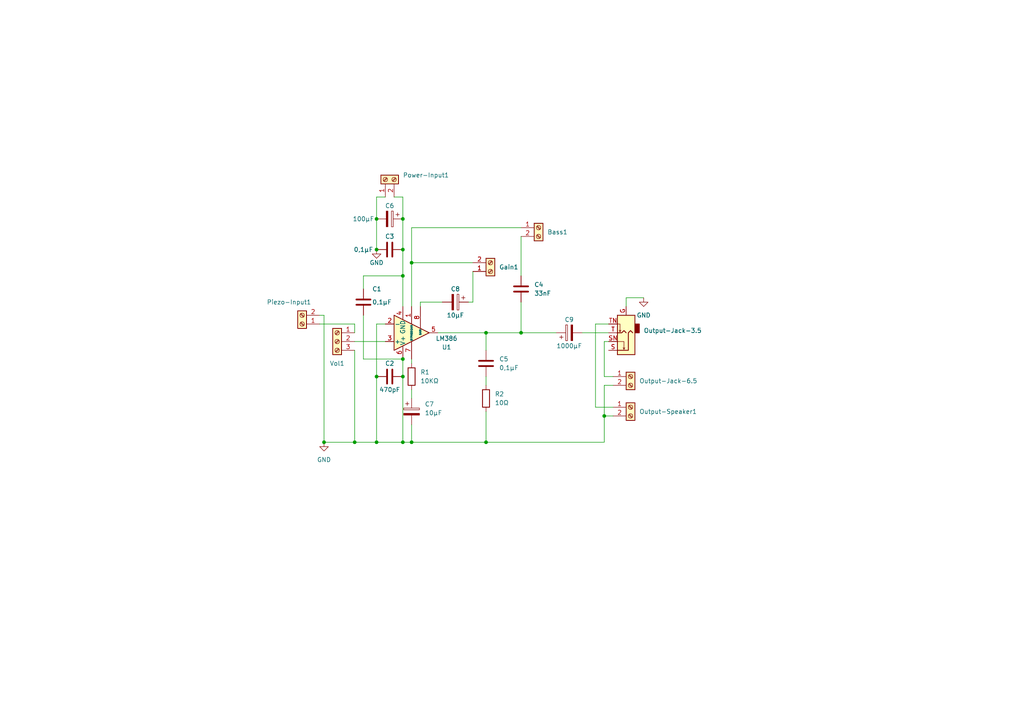
<source format=kicad_sch>
(kicad_sch (version 20230121) (generator eeschema)
  (paper "A4")
  (lib_symbols
    (symbol "Amplifier_Audio:LM386" (pin_names (offset 0.127))
      (property "Reference" "U" (at 1.27 7.62 0))
      (property "Value" "LM386" (at 1.27 5.08 0))
      (symbol "LM386_0_1"
        (polyline (pts (xy 5.08 0) (xy -5.08 5.08) (xy -5.08 -5.08) (xy 5.08 0)) (stroke (width 0.254)) (fill (type background)))
      )
      (symbol "LM386_1_1"
        (pin input line (at 0 -7.62 90) (length 5.08) (name "GAIN") (number "1"))
        (pin input line (at -7.62 -2.54 0) (length 2.54) (name "-") (number "2"))
        (pin input line (at -7.62 2.54 0) (length 2.54) (name "+") (number "3"))
        (pin power_in line (at -2.54 -7.62 90) (length 3.81) (name "GND") (number "4"))
        (pin output line (at 7.62 0 180) (length 2.54) (name "~") (number "5"))
        (pin power_in line (at -2.54 7.62 270) (length 3.81) (name "V+") (number "6"))
        (pin input line (at 0 7.62 270) (length 5.08) (name "BYPASS") (number "7"))
        (pin input line (at 2.54 -7.62 90) (length 6.35) (name "GAIN") (number "8"))
      )
    )
    (symbol "Connector:Screw_Terminal_01x02" (pin_names (offset 1.016) hide)
      (property "Reference" "J" (at 0 2.54 0))
      (property "Value" "Screw_Terminal_01x02" (at 0 -5.08 0))
      (symbol "Screw_Terminal_01x02_1_1"
        (rectangle (start -1.27 1.27) (end 1.27 -3.81) (stroke (width 0.254)) (fill (type background)))
        (circle (center 0 -2.54) (radius 0.635) (stroke (width 0.1524)))
        (polyline (pts (xy -0.5334 -2.2098) (xy 0.3302 -3.048)) (stroke (width 0.1524)))
        (polyline (pts (xy -0.5334 0.3302) (xy 0.3302 -0.508)) (stroke (width 0.1524)))
        (polyline (pts (xy -0.3556 -2.032) (xy 0.508 -2.8702)) (stroke (width 0.1524)))
        (polyline (pts (xy -0.3556 0.508) (xy 0.508 -0.3302)) (stroke (width 0.1524)))
        (circle (center 0 0) (radius 0.635) (stroke (width 0.1524)))
        (pin passive line (at -5.08 0 0) (length 3.81) (name "Pin_1") (number "1"))
        (pin passive line (at -5.08 -2.54 0) (length 3.81) (name "Pin_2") (number "2"))
      )
    )
    (symbol "Connector:Screw_Terminal_01x03" (pin_names (offset 1.016) hide)
      (property "Reference" "J" (at 0 5.08 0))
      (property "Value" "Screw_Terminal_01x03" (at 0 -5.08 0))
      (symbol "Screw_Terminal_01x03_1_1"
        (rectangle (start -1.27 3.81) (end 1.27 -3.81) (stroke (width 0.254)) (fill (type background)))
        (circle (center 0 -2.54) (radius 0.635) (stroke (width 0.1524)))
        (polyline (pts (xy -0.5334 -2.2098) (xy 0.3302 -3.048)) (stroke (width 0.1524)))
        (polyline (pts (xy -0.5334 0.3302) (xy 0.3302 -0.508)) (stroke (width 0.1524)))
        (polyline (pts (xy -0.5334 2.8702) (xy 0.3302 2.032)) (stroke (width 0.1524)))
        (polyline (pts (xy -0.3556 -2.032) (xy 0.508 -2.8702)) (stroke (width 0.1524)))
        (polyline (pts (xy -0.3556 0.508) (xy 0.508 -0.3302)) (stroke (width 0.1524)))
        (polyline (pts (xy -0.3556 3.048) (xy 0.508 2.2098)) (stroke (width 0.1524)))
        (circle (center 0 0) (radius 0.635) (stroke (width 0.1524)))
        (circle (center 0 2.54) (radius 0.635) (stroke (width 0.1524)))
        (pin passive line (at -5.08 2.54 0) (length 3.81) (name "Pin_1") (number "1"))
        (pin passive line (at -5.08 0 0) (length 3.81) (name "Pin_2") (number "2"))
        (pin passive line (at -5.08 -2.54 0) (length 3.81) (name "Pin_3") (number "3"))
      )
    )
    (symbol "Connector_Audio:AudioJack2_Ground_Switch"
      (property "Reference" "J" (at 0 11.43 0))
      (property "Value" "AudioJack2_Ground_Switch" (at 0 8.89 0))
      (symbol "AudioJack2_Ground_Switch_0_1"
        (rectangle (start -2.54 -2.54) (end -3.81 0) (stroke (width 0.254)) (fill (type outline)))
        (rectangle (start 2.54 6.35) (end -2.54 -5.08) (stroke (width 0.254)) (fill (type background)))
      )
      (symbol "AudioJack2_Ground_Switch_1_1"
        (polyline (pts (xy 0.635 4.826) (xy 0.889 4.318)))
        (polyline (pts (xy 1.778 -0.254) (xy 2.032 -0.762)))
        (polyline (pts (xy 0 0) (xy 0.635 -0.635) (xy 1.27 0) (xy 2.54 0)) (stroke (width 0.254)))
        (polyline (pts (xy 2.54 -2.54) (xy 1.778 -2.54) (xy 1.778 -0.254) (xy 1.524 -0.762)))
        (polyline (pts (xy 2.54 2.54) (xy 0.635 2.54) (xy 0.635 4.826) (xy 0.381 4.318)))
        (polyline (pts (xy 2.54 5.08) (xy -0.635 5.08) (xy -0.635 0) (xy -1.27 -0.635) (xy -1.905 0)) (stroke (width 0.254)))
        (pin passive line (at 0 -7.62 90) (length 2.54) (name "~") (number "G"))
        (pin passive line (at 5.08 5.08 180) (length 2.54) (name "~") (number "S"))
        (pin passive line (at 5.08 2.54 180) (length 2.54) (name "~") (number "SN"))
        (pin passive line (at 5.08 0 180) (length 2.54) (name "~") (number "T"))
        (pin passive line (at 5.08 -2.54 180) (length 2.54) (name "~") (number "TN"))
      )
    )
    (symbol "Device:C" (pin_numbers hide) (pin_names (offset 0.254))
      (property "Reference" "C" (at 0.635 2.54 0))
      (property "Value" "C" (at 0.635 -2.54 0))
      (symbol "C_0_1"
        (polyline (pts (xy -2.032 -0.762) (xy 2.032 -0.762)) (stroke (width 0.508)))
        (polyline (pts (xy -2.032 0.762) (xy 2.032 0.762)) (stroke (width 0.508)))
      )
      (symbol "C_1_1"
        (pin passive line (at 0 3.81 270) (length 2.794) (name "~") (number "1"))
        (pin passive line (at 0 -3.81 90) (length 2.794) (name "~") (number "2"))
      )
    )
    (symbol "Device:C_Polarized" (pin_numbers hide) (pin_names (offset 0.254))
      (property "Reference" "C" (at 0.635 2.54 0))
      (property "Value" "C_Polarized" (at 0.635 -2.54 0))
      (symbol "C_Polarized_0_1"
        (rectangle (start -2.286 0.508) (end 2.286 1.016))
        (polyline (pts (xy -1.778 2.286) (xy -0.762 2.286)))
        (polyline (pts (xy -1.27 2.794) (xy -1.27 1.778)))
        (rectangle (start 2.286 -0.508) (end -2.286 -1.016) (fill (type outline)))
      )
      (symbol "C_Polarized_1_1"
        (pin passive line (at 0 3.81 270) (length 2.794) (name "~") (number "1"))
        (pin passive line (at 0 -3.81 90) (length 2.794) (name "~") (number "2"))
      )
    )
    (symbol "Device:R" (pin_numbers hide) (pin_names (offset 0))
      (property "Reference" "R" (at 2.032 0 90))
      (property "Value" "R" (at 0 0 90))
      (symbol "R_0_1"
        (rectangle (start -1.016 -2.54) (end 1.016 2.54) (stroke (width 0.254)))
      )
      (symbol "R_1_1"
        (pin passive line (at 0 3.81 270) (length 1.27) (name "~") (number "1"))
        (pin passive line (at 0 -3.81 90) (length 1.27) (name "~") (number "2"))
      )
    )
    (symbol "power:GND" (power) (pin_names (offset 0))
      (property "Value" "GND" (at 0 -3.81 0))
      (symbol "GND_0_1"
        (polyline (pts (xy 0 0) (xy 0 -1.27) (xy 1.27 -1.27) (xy 0 -2.54) (xy -1.27 -1.27) (xy 0 -1.27)))
      )
      (symbol "GND_1_1"
        (pin power_in line (at 0 0 270) (length 0) hide (name "GND") (number "1"))
      )
    )
  )
  (junction (at 119.38 128.27))
  (junction (at 175.26 120.65))
  (junction (at 116.84 63.5))
  (junction (at 116.84 109.22))
  (junction (at 93.98 128.27))
  (junction (at 140.97 128.27))
  (junction (at 116.84 104.14))
  (junction (at 109.22 72.39))
  (junction (at 109.22 63.5))
  (junction (at 151.13 96.52))
  (junction (at 116.84 128.27))
  (junction (at 119.38 76.2))
  (junction (at 102.87 128.27))
  (junction (at 116.84 72.39))
  (junction (at 109.22 109.22))
  (junction (at 116.84 80.01))
  (junction (at 140.97 96.52))
  (junction (at 109.22 128.27))
  (wire (pts (xy 116.84 109.22) (xy 116.84 128.27)))
  (wire (pts (xy 140.97 96.52) (xy 140.97 101.6)))
  (wire (pts (xy 177.8 109.22) (xy 175.26 109.22)))
  (wire (pts (xy 119.38 105.41) (xy 119.38 104.14)))
  (wire (pts (xy 116.84 57.15) (xy 116.84 63.5)))
  (wire (pts (xy 175.26 109.22) (xy 175.26 99.06)))
  (wire (pts (xy 105.41 91.44) (xy 105.41 104.14)))
  (wire (pts (xy 109.22 109.22) (xy 109.22 128.27)))
  (wire (pts (xy 151.13 96.52) (xy 161.29 96.52)))
  (wire (pts (xy 102.87 101.6) (xy 102.87 128.27)))
  (wire (pts (xy 177.8 111.76) (xy 175.26 111.76)))
  (wire (pts (xy 127 96.52) (xy 140.97 96.52)))
  (wire (pts (xy 137.16 78.74) (xy 137.16 87.63)))
  (wire (pts (xy 175.26 111.76) (xy 175.26 120.65)))
  (wire (pts (xy 119.38 88.9) (xy 119.38 76.2)))
  (wire (pts (xy 151.13 87.63) (xy 151.13 96.52)))
  (wire (pts (xy 109.22 93.98) (xy 109.22 109.22)))
  (wire (pts (xy 109.22 57.15) (xy 109.22 63.5)))
  (wire (pts (xy 140.97 128.27) (xy 175.26 128.27)))
  (wire (pts (xy 119.38 76.2) (xy 119.38 66.04)))
  (wire (pts (xy 93.98 128.27) (xy 102.87 128.27)))
  (wire (pts (xy 121.92 88.9) (xy 121.92 87.63)))
  (wire (pts (xy 105.41 80.01) (xy 105.41 83.82)))
  (wire (pts (xy 140.97 119.38) (xy 140.97 128.27)))
  (wire (pts (xy 102.87 93.98) (xy 102.87 96.52)))
  (wire (pts (xy 119.38 76.2) (xy 137.16 76.2)))
  (wire (pts (xy 105.41 104.14) (xy 116.84 104.14)))
  (wire (pts (xy 119.38 128.27) (xy 116.84 128.27)))
  (wire (pts (xy 93.98 91.44) (xy 92.71 91.44)))
  (wire (pts (xy 168.91 96.52) (xy 176.53 96.52)))
  (wire (pts (xy 181.61 88.9) (xy 181.61 86.36)))
  (wire (pts (xy 116.84 63.5) (xy 116.84 72.39)))
  (wire (pts (xy 175.26 120.65) (xy 177.8 120.65)))
  (wire (pts (xy 119.38 128.27) (xy 119.38 123.19)))
  (wire (pts (xy 175.26 128.27) (xy 175.26 120.65)))
  (wire (pts (xy 92.71 93.98) (xy 102.87 93.98)))
  (wire (pts (xy 116.84 80.01) (xy 116.84 88.9)))
  (wire (pts (xy 116.84 80.01) (xy 105.41 80.01)))
  (wire (pts (xy 181.61 86.36) (xy 186.69 86.36)))
  (wire (pts (xy 121.92 87.63) (xy 128.27 87.63)))
  (wire (pts (xy 140.97 96.52) (xy 151.13 96.52)))
  (wire (pts (xy 109.22 63.5) (xy 109.22 72.39)))
  (wire (pts (xy 119.38 66.04) (xy 151.13 66.04)))
  (wire (pts (xy 116.84 128.27) (xy 109.22 128.27)))
  (wire (pts (xy 151.13 68.58) (xy 151.13 80.01)))
  (wire (pts (xy 116.84 104.14) (xy 116.84 109.22)))
  (wire (pts (xy 111.76 57.15) (xy 109.22 57.15)))
  (wire (pts (xy 119.38 115.57) (xy 119.38 113.03)))
  (wire (pts (xy 102.87 99.06) (xy 111.76 99.06)))
  (wire (pts (xy 114.3 57.15) (xy 116.84 57.15)))
  (wire (pts (xy 140.97 111.76) (xy 140.97 109.22)))
  (wire (pts (xy 176.53 93.98) (xy 172.72 93.98)))
  (wire (pts (xy 116.84 72.39) (xy 116.84 80.01)))
  (wire (pts (xy 172.72 93.98) (xy 172.72 118.11)))
  (wire (pts (xy 140.97 128.27) (xy 119.38 128.27)))
  (wire (pts (xy 93.98 91.44) (xy 93.98 128.27)))
  (wire (pts (xy 175.26 99.06) (xy 176.53 99.06)))
  (wire (pts (xy 111.76 93.98) (xy 109.22 93.98)))
  (wire (pts (xy 137.16 87.63) (xy 135.89 87.63)))
  (wire (pts (xy 172.72 118.11) (xy 177.8 118.11)))
  (wire (pts (xy 102.87 128.27) (xy 109.22 128.27)))
  (symbol (lib_id "Connector:Screw_Terminal_01x02") (at 156.21 66.04 0) (unit 1)
    (property "Reference" "Bass1" (at 158.75 67.31 0) (effects (justify left)))
    (property "Value" "Screw_Terminal_01x02" (effects hide))
    (property "Footprint" "TerminalBlock_Phoenix:TerminalBlock_Phoenix_MKDS-1,5-2-5.08_1x02_P5.08mm_Horizontal" (effects hide))
  )
  (symbol (lib_id "Device:C") (at 140.97 105.41 0) (unit 1)
    (property "Reference" "C5" (at 144.78 104.14 0) (effects (justify left)))
    (property "Value" "0,1µF" (at 144.78 106.68 0) (effects (justify left)))
    (property "Footprint" "Capacitor_THT:C_Disc_D3.0mm_W1.6mm_P2.50mm" (effects hide))
  )
  (symbol (lib_id "Amplifier_Audio:LM386") (at 119.38 96.52 0) (mirror x) (unit 1)
    (property "Reference" "U1" (at 129.54 100.7109 0))
    (property "Value" "LM386" (at 129.54 98.1709 0))
    (property "Footprint" "Package_DIP:DIP-8_W7.62mm_LongPads" (effects hide))
    (property "Datasheet" "http://www.ti.com/lit/ds/symlink/lm386.pdf" (effects hide))
  )
  (symbol (lib_id "power:GND") (at 186.69 86.36 0) (unit 1)
    (property "Reference" "#PWR03" (effects hide))
    (property "Value" "GND" (at 186.69 91.44 0))
  )
  (symbol (lib_id "Device:C") (at 113.03 109.22 270) (unit 1)
    (property "Reference" "C2" (at 113.03 105.41 90))
    (property "Value" "470pF" (at 113.03 113.03 90))
    (property "Footprint" "Capacitor_THT:C_Disc_D3.0mm_W1.6mm_P2.50mm" (effects hide))
  )
  (symbol (lib_id "Device:C") (at 151.13 83.82 0) (unit 1)
    (property "Reference" "C4" (at 154.94 82.55 0) (effects (justify left)))
    (property "Value" "33nF" (at 154.94 85.09 0) (effects (justify left)))
    (property "Footprint" "Capacitor_THT:C_Disc_D3.0mm_W1.6mm_P2.50mm" (effects hide))
  )
  (symbol (lib_id "Connector_Audio:AudioJack2_Ground_Switch") (at 181.61 96.52 180) (unit 1)
    (property "Reference" "Output-Jack-3.5" (at 186.69 95.885 0) (effects (justify right)))
    (property "Value" "AudioJack2_Ground_Switch" (effects hide))
    (property "Footprint" "Connector_Audio:Jack_3.5mm_CUI_SJ1-3525N_Horizontal" (effects hide))
  )
  (symbol (lib_id "Connector:Screw_Terminal_01x02") (at 182.88 118.11 0) (unit 1)
    (property "Reference" "Output-Speaker1" (at 185.42 119.38 0) (effects (justify left)))
    (property "Value" "Screw_Terminal_01x02" (effects hide))
    (property "Footprint" "TerminalBlock_Phoenix:TerminalBlock_Phoenix_MKDS-1,5-2-5.08_1x02_P5.08mm_Horizontal" (effects hide))
  )
  (symbol (lib_id "Device:C_Polarized") (at 132.08 87.63 270) (unit 1)
    (property "Reference" "C8" (at 132.08 83.82 90))
    (property "Value" "10µF" (at 132.08 91.44 90))
    (property "Footprint" "Capacitor_THT:CP_Radial_D4.0mm_P2.00mm" (effects hide))
  )
  (symbol (lib_id "power:GND") (at 109.22 72.39 0) (unit 1)
    (property "Reference" "#PWR02" (effects hide))
    (property "Value" "GND" (at 109.22 76.2 0))
  )
  (symbol (lib_id "Device:R") (at 140.97 115.57 0) (unit 1)
    (property "Reference" "R2" (at 143.51 114.3 0) (effects (justify left)))
    (property "Value" "10Ω" (at 143.51 116.84 0) (effects (justify left)))
    (property "Footprint" "Resistor_THT:R_Axial_DIN0204_L3.6mm_D1.6mm_P5.08mm_Horizontal" (effects hide))
  )
  (symbol (lib_id "Device:C_Polarized") (at 113.03 63.5 270) (unit 1)
    (property "Reference" "C6" (at 113.03 59.69 90))
    (property "Value" "100µF" (at 105.41 63.5 90))
    (property "Footprint" "Capacitor_THT:CP_Radial_D6.3mm_P2.50mm" (effects hide))
  )
  (symbol (lib_id "Device:C") (at 113.03 72.39 90) (unit 1)
    (property "Reference" "C3" (at 113.03 68.58 90))
    (property "Value" "0,1µF" (at 105.41 72.39 90))
    (property "Footprint" "Capacitor_THT:C_Disc_D3.0mm_W1.6mm_P2.50mm" (effects hide))
  )
  (symbol (lib_id "Connector:Screw_Terminal_01x02") (at 87.63 93.98 180) (unit 1)
    (property "Reference" "Piezo-Input1" (at 83.82 87.63 0))
    (property "Value" "Screw_Terminal_01x02" (effects hide))
    (property "Footprint" "TerminalBlock_Phoenix:TerminalBlock_Phoenix_MKDS-1,5-2-5.08_1x02_P5.08mm_Horizontal" (effects hide))
  )
  (symbol (lib_id "power:GND") (at 93.98 128.27 0) (unit 1)
    (property "Reference" "#PWR01" (effects hide))
    (property "Value" "GND" (at 93.98 133.35 0))
  )
  (symbol (lib_id "Connector:Screw_Terminal_01x02") (at 142.24 78.74 0) (mirror x) (unit 1)
    (property "Reference" "Gain1" (at 144.78 77.47 0) (effects (justify left)))
    (property "Value" "Screw_Terminal_01x02" (effects hide))
    (property "Footprint" "TerminalBlock_Phoenix:TerminalBlock_Phoenix_MKDS-1,5-2-5.08_1x02_P5.08mm_Horizontal" (effects hide))
  )
  (symbol (lib_id "Connector:Screw_Terminal_01x03") (at 97.79 99.06 0) (mirror y) (unit 1)
    (property "Reference" "Vol1" (at 97.79 105.41 0))
    (property "Value" "Screw_Terminal_01x03" (effects hide))
    (property "Footprint" "TerminalBlock_Phoenix:TerminalBlock_Phoenix_MKDS-1,5-3-5.08_1x03_P5.08mm_Horizontal" (effects hide))
  )
  (symbol (lib_id "Device:C_Polarized") (at 165.1 96.52 90) (unit 1)
    (property "Reference" "C9" (at 165.1 92.71 90))
    (property "Value" "1000µF" (at 165.1 100.33 90))
    (property "Footprint" "Capacitor_THT:CP_Radial_Tantal_D9.0mm_P5.00mm" (effects hide))
  )
  (symbol (lib_id "Device:C_Polarized") (at 119.38 119.38 0) (unit 1)
    (property "Reference" "C7" (at 123.19 117.221 0) (effects (justify left)))
    (property "Value" "10µF" (at 123.19 119.761 0) (effects (justify left)))
    (property "Footprint" "Capacitor_THT:CP_Radial_D4.0mm_P2.00mm" (effects hide))
  )
  (symbol (lib_id "Connector:Screw_Terminal_01x02") (at 182.88 109.22 0) (unit 1)
    (property "Reference" "Output-Jack-6.5" (at 185.42 110.49 0) (effects (justify left)))
    (property "Value" "Screw_Terminal_01x02" (effects hide))
    (property "Footprint" "TerminalBlock_Phoenix:TerminalBlock_Phoenix_MKDS-1,5-2-5.08_1x02_P5.08mm_Horizontal" (effects hide))
  )
  (symbol (lib_id "Device:C") (at 105.41 87.63 0) (unit 1)
    (property "Reference" "C1" (at 107.95 83.82 0) (effects (justify left)))
    (property "Value" "0,1µF" (at 107.95 87.63 0) (effects (justify left)))
    (property "Footprint" "Capacitor_THT:C_Disc_D3.0mm_W1.6mm_P2.50mm" (effects hide))
  )
  (symbol (lib_id "Device:R") (at 119.38 109.22 0) (unit 1)
    (property "Reference" "R1" (at 121.92 107.95 0) (effects (justify left)))
    (property "Value" "10KΩ" (at 121.92 110.49 0) (effects (justify left)))
    (property "Footprint" "Resistor_THT:R_Axial_DIN0204_L3.6mm_D1.6mm_P5.08mm_Horizontal" (effects hide))
  )
  (symbol (lib_id "Connector:Screw_Terminal_01x02") (at 111.76 52.07 90) (unit 1)
    (property "Reference" "Power-Input1" (at 116.84 50.8 90) (effects (justify right)))
    (property "Value" "Screw_Terminal_01x02" (effects hide))
    (property "Footprint" "TerminalBlock_Phoenix:TerminalBlock_Phoenix_MKDS-1,5-2-5.08_1x02_P5.08mm_Horizontal" (effects hide))
  )
)
</source>
